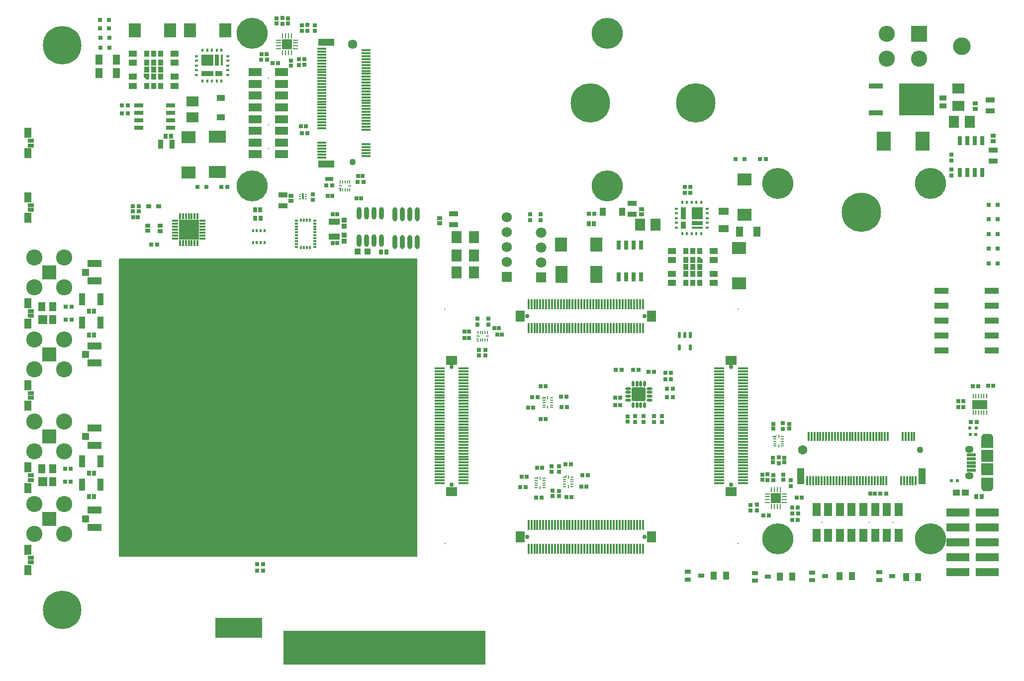
<source format=gts>
G04*
G04 #@! TF.GenerationSoftware,Altium Limited,Altium Designer,24.4.1 (13)*
G04*
G04 Layer_Color=8388736*
%FSLAX44Y44*%
%MOMM*%
G71*
G04*
G04 #@! TF.SameCoordinates,B3C23F8C-D22B-4E34-ACD8-924B2ED7411F*
G04*
G04*
G04 #@! TF.FilePolarity,Negative*
G04*
G01*
G75*
%ADD36R,0.9000X0.8000*%
%ADD54R,0.5321X1.0383*%
G04:AMPARAMS|DCode=55|XSize=1.0383mm|YSize=0.5321mm|CornerRadius=0.2661mm|HoleSize=0mm|Usage=FLASHONLY|Rotation=270.000|XOffset=0mm|YOffset=0mm|HoleType=Round|Shape=RoundedRectangle|*
%AMROUNDEDRECTD55*
21,1,1.0383,0.0000,0,0,270.0*
21,1,0.5061,0.5321,0,0,270.0*
1,1,0.5321,0.0000,-0.2531*
1,1,0.5321,0.0000,0.2531*
1,1,0.5321,0.0000,0.2531*
1,1,0.5321,0.0000,-0.2531*
%
%ADD55ROUNDEDRECTD55*%
%ADD60R,0.3500X0.5000*%
%ADD72R,1.1000X1.3500*%
%ADD73R,1.9900X2.3300*%
%ADD74R,0.7393X0.6725*%
%ADD76R,0.9000X1.0000*%
%ADD77C,0.7413*%
%ADD78R,1.4000X1.0000*%
G04:AMPARAMS|DCode=79|XSize=1.55mm|YSize=0.6mm|CornerRadius=0.051mm|HoleSize=0mm|Usage=FLASHONLY|Rotation=90.000|XOffset=0mm|YOffset=0mm|HoleType=Round|Shape=RoundedRectangle|*
%AMROUNDEDRECTD79*
21,1,1.5500,0.4980,0,0,90.0*
21,1,1.4480,0.6000,0,0,90.0*
1,1,0.1020,0.2490,0.7240*
1,1,0.1020,0.2490,-0.7240*
1,1,0.1020,-0.2490,-0.7240*
1,1,0.1020,-0.2490,0.7240*
%
%ADD79ROUNDEDRECTD79*%
%ADD80R,2.4000X3.3000*%
%ADD81R,0.5000X0.5000*%
%ADD82R,1.3061X1.0582*%
%ADD83R,0.4750X0.5000*%
%ADD84R,2.4400X1.1300*%
%ADD85R,0.2225X0.8397*%
G04:AMPARAMS|DCode=86|XSize=0.8397mm|YSize=0.2225mm|CornerRadius=0.1112mm|HoleSize=0mm|Usage=FLASHONLY|Rotation=90.000|XOffset=0mm|YOffset=0mm|HoleType=Round|Shape=RoundedRectangle|*
%AMROUNDEDRECTD86*
21,1,0.8397,0.0000,0,0,90.0*
21,1,0.6172,0.2225,0,0,90.0*
1,1,0.2225,0.0000,0.3086*
1,1,0.2225,0.0000,-0.3086*
1,1,0.2225,0.0000,-0.3086*
1,1,0.2225,0.0000,0.3086*
%
%ADD86ROUNDEDRECTD86*%
%ADD92R,1.9000X1.1000*%
%ADD93R,0.8890X1.2954*%
%ADD94R,0.8890X2.1082*%
%ADD95R,1.8796X2.1082*%
%ADD96R,1.8796X0.6604*%
%ADD97R,1.8796X0.3556*%
%ADD98R,0.3302X0.5080*%
%ADD99R,0.5080X0.3302*%
%ADD102R,5.9182X5.5118*%
%ADD103R,2.4892X0.9398*%
%ADD104R,3.0000X2.0000*%
%ADD105R,2.3300X1.9900*%
%ADD106R,0.3000X1.5500*%
%ADD107R,1.2000X2.7500*%
%ADD108R,0.8128X0.2540*%
%ADD109R,0.2540X0.8128*%
%ADD110R,1.8034X1.8034*%
%ADD111R,0.8000X0.8000*%
G04:AMPARAMS|DCode=115|XSize=1.55mm|YSize=0.6mm|CornerRadius=0.051mm|HoleSize=0mm|Usage=FLASHONLY|Rotation=0.000|XOffset=0mm|YOffset=0mm|HoleType=Round|Shape=RoundedRectangle|*
%AMROUNDEDRECTD115*
21,1,1.5500,0.4980,0,0,0.0*
21,1,1.4480,0.6000,0,0,0.0*
1,1,0.1020,0.7240,-0.2490*
1,1,0.1020,-0.7240,-0.2490*
1,1,0.1020,-0.7240,0.2490*
1,1,0.1020,0.7240,0.2490*
%
%ADD115ROUNDEDRECTD115*%
%ADD116R,0.3700X0.2400*%
%ADD117R,0.4000X1.0800*%
%ADD122R,1.5500X0.3000*%
%ADD123R,2.7500X1.2000*%
%ADD124R,1.2954X0.8890*%
%ADD125R,2.1082X0.8890*%
%ADD126R,2.1082X1.8796*%
%ADD127R,0.6604X1.8796*%
%ADD128R,0.3556X1.8796*%
%ADD129R,2.0000X3.0000*%
%ADD131R,1.3500X1.1000*%
%ADD132R,0.6725X0.7393*%
%ADD135R,0.5250X0.4000*%
%ADD136R,0.5250X0.4000*%
%ADD137R,0.3000X0.5250*%
%ADD138R,0.3000X0.5250*%
%ADD139R,8.0000X3.4500*%
%ADD140R,34.4000X5.8500*%
%ADD141R,1.1032X1.0032*%
%ADD142R,0.7032X0.8032*%
%ADD143R,0.8032X0.7032*%
%ADD144R,1.1032X1.4032*%
%ADD145R,1.2532X1.8032*%
%ADD146R,1.8032X1.2532*%
%ADD147R,0.8432X0.8032*%
%ADD148R,0.8032X0.8432*%
%ADD149R,1.5032X0.9032*%
%ADD150R,0.9032X1.5032*%
%ADD151R,1.7531X0.4531*%
%ADD152R,1.9032X1.5532*%
%ADD153R,1.5532X1.9032*%
%ADD154R,0.4531X1.7531*%
%ADD155R,1.1032X0.7032*%
%ADD156R,1.2032X0.9232*%
%ADD157R,0.9144X4.3942*%
%ADD158R,0.9144X3.4036*%
%ADD159O,0.8032X2.4032*%
%ADD160O,0.8032X2.1032*%
%ADD161R,2.0032X0.4532*%
%ADD162R,1.2032X1.6032*%
%ADD163R,1.6032X1.6032*%
%ADD164R,1.3232X2.3082*%
%ADD165R,1.2532X1.2032*%
%ADD166R,2.4032X1.2532*%
%ADD167R,1.1032X0.4632*%
%ADD168R,0.4632X1.1032*%
%ADD169R,3.4532X3.4532*%
%ADD170R,1.0532X0.5032*%
%ADD171R,1.6532X2.1032*%
%ADD172R,1.7032X2.0532*%
%ADD173R,2.5500X1.6500*%
%ADD174R,0.6532X0.6532*%
%ADD175R,0.9232X0.9232*%
%ADD176R,3.8832X1.4732*%
G04:AMPARAMS|DCode=177|XSize=0.5032mm|YSize=0.9532mm|CornerRadius=0.1511mm|HoleSize=0mm|Usage=FLASHONLY|Rotation=180.000|XOffset=0mm|YOffset=0mm|HoleType=Round|Shape=RoundedRectangle|*
%AMROUNDEDRECTD177*
21,1,0.5032,0.6510,0,0,180.0*
21,1,0.2010,0.9532,0,0,180.0*
1,1,0.3022,-0.1005,0.3255*
1,1,0.3022,0.1005,0.3255*
1,1,0.3022,0.1005,-0.3255*
1,1,0.3022,-0.1005,-0.3255*
%
%ADD177ROUNDEDRECTD177*%
G04:AMPARAMS|DCode=178|XSize=0.5032mm|YSize=0.9532mm|CornerRadius=0.1511mm|HoleSize=0mm|Usage=FLASHONLY|Rotation=90.000|XOffset=0mm|YOffset=0mm|HoleType=Round|Shape=RoundedRectangle|*
%AMROUNDEDRECTD178*
21,1,0.5032,0.6510,0,0,90.0*
21,1,0.2010,0.9532,0,0,90.0*
1,1,0.3022,0.3255,0.1005*
1,1,0.3022,0.3255,-0.1005*
1,1,0.3022,-0.3255,-0.1005*
1,1,0.3022,-0.3255,0.1005*
%
%ADD178ROUNDEDRECTD178*%
G04:AMPARAMS|DCode=179|XSize=2.3032mm|YSize=2.3032mm|CornerRadius=0.1541mm|HoleSize=0mm|Usage=FLASHONLY|Rotation=90.000|XOffset=0mm|YOffset=0mm|HoleType=Round|Shape=RoundedRectangle|*
%AMROUNDEDRECTD179*
21,1,2.3032,1.9950,0,0,90.0*
21,1,1.9950,2.3032,0,0,90.0*
1,1,0.3082,0.9975,0.9975*
1,1,0.3082,0.9975,-0.9975*
1,1,0.3082,-0.9975,-0.9975*
1,1,0.3082,-0.9975,0.9975*
%
%ADD179ROUNDEDRECTD179*%
%ADD180R,2.1032X2.0032*%
%ADD181R,1.5532X0.6032*%
%ADD182C,0.1800*%
%ADD183R,0.6000X0.2000*%
%ADD184R,0.2000X0.6000*%
%ADD185R,1.0032X0.7032*%
%ADD186R,1.2032X1.7032*%
%ADD187R,0.7532X0.7532*%
%ADD188R,2.3082X1.3232*%
%ADD189R,0.6000X0.2000*%
%ADD190R,0.2000X0.6000*%
%ADD191R,0.6532X0.7032*%
%ADD192R,0.7532X0.7532*%
%ADD193R,0.7032X0.6532*%
%ADD194R,2.0532X1.7032*%
%ADD195R,2.1032X1.6532*%
%ADD196R,2.1032X1.7782*%
%ADD197R,2.4532X2.4532*%
%ADD198C,2.7532*%
%ADD199C,0.7534*%
%ADD200C,6.2992*%
%ADD201C,2.7432*%
%ADD202C,0.2032*%
%ADD203C,2.7500*%
%ADD204R,2.7500X2.7500*%
%ADD205C,2.9972*%
%ADD206C,1.7532*%
%ADD207R,1.7532X1.7532*%
%ADD208C,1.8032*%
%ADD209R,1.8032X1.8032*%
%ADD210O,2.1032X1.4032*%
%ADD211O,1.4532X1.2532*%
%ADD212C,1.1000*%
%ADD213C,1.6000*%
%ADD214C,6.7032*%
%ADD215C,6.5532*%
%ADD216R,0.2032X0.2032*%
%ADD217C,5.2832*%
G36*
X223500Y998000D02*
X219000D01*
X214500Y1002500D01*
Y1008000D01*
X223500D01*
Y998000D01*
D02*
G37*
G36*
X550000Y807500D02*
X548000D01*
Y812000D01*
X546000D01*
Y813500D01*
X550000D01*
Y807500D01*
D02*
G37*
G36*
X1165500Y691500D02*
Y686000D01*
X1156500D01*
Y696000D01*
X1161000D01*
X1165500Y691500D01*
D02*
G37*
G36*
X784000Y551500D02*
X782000D01*
Y556000D01*
X780000D01*
Y557500D01*
X784000D01*
Y551500D01*
D02*
G37*
G36*
X898500Y455000D02*
X892500D01*
Y457000D01*
X897000D01*
Y459000D01*
X898500D01*
Y455000D01*
D02*
G37*
G36*
X1291500Y389000D02*
X1285500D01*
Y391000D01*
X1290000D01*
Y393000D01*
X1291500D01*
Y389000D01*
D02*
G37*
G36*
X933500Y320000D02*
X927500D01*
Y322000D01*
X932000D01*
Y324000D01*
X933500D01*
Y320000D01*
D02*
G37*
G36*
X885500Y318000D02*
X879500D01*
Y320000D01*
X884000D01*
Y322000D01*
X885500D01*
Y318000D01*
D02*
G37*
G36*
X679500Y185500D02*
X172000D01*
Y693000D01*
X679500D01*
Y185500D01*
D02*
G37*
D36*
X239853Y782525D02*
D03*
X222853D02*
D03*
D54*
X1145000Y563324D02*
D03*
D55*
X1126000D02*
D03*
X1145000Y542000D02*
D03*
X1126000D02*
D03*
X1135500Y563324D02*
D03*
D60*
X413071Y720741D02*
D03*
X419571D02*
D03*
Y741241D02*
D03*
X413071D02*
D03*
X406571D02*
D03*
X400071D02*
D03*
X406571Y720741D02*
D03*
X400071D02*
D03*
D72*
X1028500Y773000D02*
D03*
X995500D02*
D03*
D73*
X924800Y717000D02*
D03*
X985000D02*
D03*
X353100Y1082000D02*
D03*
X292900D02*
D03*
X259100Y1082000D02*
D03*
X198900D02*
D03*
D74*
X981027Y769500D02*
D03*
X971695D02*
D03*
D76*
X1137000Y691000D02*
D03*
X1149000D02*
D03*
X1137000Y667000D02*
D03*
X1149000D02*
D03*
X1161000D02*
D03*
X1137000Y679000D02*
D03*
X1149000D02*
D03*
X1161000D02*
D03*
Y651500D02*
D03*
X1149000D02*
D03*
X1137000D02*
D03*
Y706500D02*
D03*
X1149000D02*
D03*
X1161000D02*
D03*
X243000Y1003000D02*
D03*
Y1027000D02*
D03*
X231000D02*
D03*
X219000D02*
D03*
X243000Y1015000D02*
D03*
X219000D02*
D03*
Y1042500D02*
D03*
X231000D02*
D03*
X243000D02*
D03*
Y987500D02*
D03*
X231000D02*
D03*
X219000D02*
D03*
X231000Y1015000D02*
D03*
Y1003000D02*
D03*
D77*
X1160620Y690556D02*
D03*
X219380Y1003444D02*
D03*
D78*
X1113500Y651500D02*
D03*
Y667000D02*
D03*
Y691000D02*
D03*
Y706500D02*
D03*
X1184500Y667000D02*
D03*
Y651500D02*
D03*
Y691000D02*
D03*
Y706500D02*
D03*
X266500Y1042500D02*
D03*
Y1027000D02*
D03*
Y1003000D02*
D03*
Y987500D02*
D03*
X195500Y1027000D02*
D03*
Y1042500D02*
D03*
Y1003000D02*
D03*
Y987500D02*
D03*
D79*
X1022630Y662000D02*
D03*
X1035330D02*
D03*
X1060730Y716000D02*
D03*
X1048030D02*
D03*
X1035330D02*
D03*
X1022630D02*
D03*
X1048030Y662000D02*
D03*
X1060730D02*
D03*
X1642050Y840000D02*
D03*
X1629350D02*
D03*
X1603950Y894000D02*
D03*
X1616650D02*
D03*
X1629350D02*
D03*
X1642050D02*
D03*
X1616650Y840000D02*
D03*
X1603950D02*
D03*
D80*
X1474000Y893000D02*
D03*
X1540000D02*
D03*
D81*
X1631000Y394000D02*
D03*
X1621000D02*
D03*
X1589000Y315000D02*
D03*
X1599000D02*
D03*
D82*
X1597239Y295000D02*
D03*
X1612761D02*
D03*
D83*
X1620875Y405000D02*
D03*
X1631125D02*
D03*
D84*
X1658000Y536700D02*
D03*
Y562100D02*
D03*
Y587500D02*
D03*
Y612900D02*
D03*
Y638300D02*
D03*
X1572000D02*
D03*
Y612900D02*
D03*
Y587500D02*
D03*
Y562100D02*
D03*
Y536700D02*
D03*
D85*
X1626500Y430690D02*
D03*
D86*
X1631000D02*
D03*
X1635500D02*
D03*
X1640000D02*
D03*
X1644500D02*
D03*
X1649000D02*
D03*
Y459000D02*
D03*
X1644500D02*
D03*
X1640000D02*
D03*
X1635500D02*
D03*
X1631000D02*
D03*
X1626500D02*
D03*
D92*
X538591Y756000D02*
D03*
Y731000D02*
D03*
D93*
X1133000Y750250D02*
D03*
D94*
Y770250D02*
D03*
D95*
X1156100D02*
D03*
D96*
Y753650D02*
D03*
D97*
Y745550D02*
D03*
D98*
X1163000Y735834D02*
D03*
X1155000D02*
D03*
X1147000D02*
D03*
X1139000D02*
D03*
X1131000D02*
D03*
Y788666D02*
D03*
X1139000D02*
D03*
X1147000D02*
D03*
X1155000D02*
D03*
X1163000D02*
D03*
X346416Y995584D02*
D03*
X338416D02*
D03*
X330416D02*
D03*
X322416D02*
D03*
X314416D02*
D03*
Y1048416D02*
D03*
X322416D02*
D03*
X330416D02*
D03*
X338416D02*
D03*
X346416D02*
D03*
D99*
X1120584Y746250D02*
D03*
Y754250D02*
D03*
Y762250D02*
D03*
Y770250D02*
D03*
Y778250D02*
D03*
X1173416D02*
D03*
Y770250D02*
D03*
Y762250D02*
D03*
Y754250D02*
D03*
Y746250D02*
D03*
X356832Y1038000D02*
D03*
Y1030000D02*
D03*
Y1022000D02*
D03*
Y1014000D02*
D03*
Y1006000D02*
D03*
X304000D02*
D03*
Y1014000D02*
D03*
Y1022000D02*
D03*
Y1030000D02*
D03*
Y1038000D02*
D03*
D102*
X1529653Y964000D02*
D03*
D103*
X1460438Y941140D02*
D03*
Y986860D02*
D03*
D104*
X339124Y840590D02*
D03*
Y900590D02*
D03*
D105*
X1228000Y650900D02*
D03*
Y711100D02*
D03*
X1237000Y767900D02*
D03*
Y828100D02*
D03*
X290000Y900100D02*
D03*
Y839900D02*
D03*
D106*
X1528500Y315000D02*
D03*
X1523500D02*
D03*
X1518500D02*
D03*
X1513500D02*
D03*
X1508500D02*
D03*
X1503500D02*
D03*
X1526000Y390500D02*
D03*
X1521000D02*
D03*
X1516000D02*
D03*
X1511000D02*
D03*
X1506000D02*
D03*
X1478500Y315000D02*
D03*
X1476000Y390500D02*
D03*
X1473500Y315000D02*
D03*
X1471000Y390500D02*
D03*
X1468500Y315000D02*
D03*
X1466000Y390500D02*
D03*
X1463500Y315000D02*
D03*
X1461000Y390500D02*
D03*
X1458500Y315000D02*
D03*
X1456000Y390500D02*
D03*
X1453500Y315000D02*
D03*
X1451000Y390500D02*
D03*
X1448500Y315000D02*
D03*
X1446000Y390500D02*
D03*
X1443500Y315000D02*
D03*
X1441000Y390500D02*
D03*
X1438500Y315000D02*
D03*
X1436000Y390500D02*
D03*
X1433500Y315000D02*
D03*
X1431000Y390500D02*
D03*
X1428500Y315000D02*
D03*
X1426000Y390500D02*
D03*
X1423500Y315000D02*
D03*
X1421000Y390500D02*
D03*
X1418500Y315000D02*
D03*
X1416000Y390500D02*
D03*
X1413500Y315000D02*
D03*
X1411000Y390500D02*
D03*
X1408500Y315000D02*
D03*
X1406000Y390500D02*
D03*
X1403500Y315000D02*
D03*
X1401000Y390500D02*
D03*
X1398500Y315000D02*
D03*
X1396000Y390500D02*
D03*
X1393500Y315000D02*
D03*
X1391000Y390500D02*
D03*
X1388500Y315000D02*
D03*
X1386000Y390500D02*
D03*
X1383500Y315000D02*
D03*
X1381000Y390500D02*
D03*
X1378500Y315000D02*
D03*
X1376000Y390500D02*
D03*
X1373500Y315000D02*
D03*
X1371000Y390500D02*
D03*
X1368500Y315000D02*
D03*
X1366000Y390500D02*
D03*
X1363500Y315000D02*
D03*
X1361000Y390500D02*
D03*
X1358500Y315000D02*
D03*
X1356000Y390500D02*
D03*
X1353500Y315000D02*
D03*
X1351000Y390500D02*
D03*
X1348500Y315000D02*
D03*
X1346000Y390500D02*
D03*
X1343500Y315000D02*
D03*
X1481000Y390500D02*
D03*
D107*
X1539500Y322750D02*
D03*
X1332500D02*
D03*
D108*
X443522Y1065500D02*
D03*
Y1060500D02*
D03*
Y1055500D02*
D03*
Y1050500D02*
D03*
X472478D02*
D03*
Y1055500D02*
D03*
Y1060500D02*
D03*
Y1065500D02*
D03*
X1304478Y292500D02*
D03*
Y287500D02*
D03*
Y282500D02*
D03*
Y277500D02*
D03*
X1275522D02*
D03*
Y282500D02*
D03*
Y287500D02*
D03*
Y292500D02*
D03*
D109*
X450500Y1043522D02*
D03*
X455500D02*
D03*
X460500D02*
D03*
X465500D02*
D03*
Y1072478D02*
D03*
X460500D02*
D03*
X455500D02*
D03*
X450500D02*
D03*
X1282500Y299478D02*
D03*
X1287500D02*
D03*
X1292500D02*
D03*
X1297500D02*
D03*
Y270522D02*
D03*
X1292500D02*
D03*
X1287500D02*
D03*
X1282500D02*
D03*
D110*
X458000Y1058000D02*
D03*
X1290000Y285000D02*
D03*
D111*
X1652500Y785000D02*
D03*
X1667500D02*
D03*
Y735000D02*
D03*
X1652500D02*
D03*
X1667500Y710000D02*
D03*
X1652500D02*
D03*
X1667500Y685000D02*
D03*
X1652500D02*
D03*
X140000Y1100000D02*
D03*
X155000D02*
D03*
X1652500Y760000D02*
D03*
X1667500D02*
D03*
X1237000Y863000D02*
D03*
X1222000D02*
D03*
X305500Y815000D02*
D03*
X320500D02*
D03*
X155500Y1052000D02*
D03*
X140500D02*
D03*
X155500Y1069500D02*
D03*
X140500D02*
D03*
X155000Y1085000D02*
D03*
X140000D02*
D03*
D115*
X205500Y954050D02*
D03*
Y941350D02*
D03*
X259500Y915950D02*
D03*
Y928650D02*
D03*
Y941350D02*
D03*
X205500Y928650D02*
D03*
Y915950D02*
D03*
X259500Y954050D02*
D03*
D116*
X479850Y803026D02*
D03*
Y799026D02*
D03*
Y795026D02*
D03*
X490150D02*
D03*
Y799026D02*
D03*
Y803026D02*
D03*
D117*
X485000Y799026D02*
D03*
D122*
X592750Y913000D02*
D03*
X517250Y1050500D02*
D03*
X592750Y1048000D02*
D03*
X517250Y1045500D02*
D03*
X592750Y1043000D02*
D03*
X517250Y1040500D02*
D03*
X592750Y1038000D02*
D03*
X517250Y1035500D02*
D03*
X592750Y1033000D02*
D03*
X517250Y1030500D02*
D03*
X592750Y1028000D02*
D03*
X517250Y1025500D02*
D03*
X592750Y1023000D02*
D03*
X517250Y1020500D02*
D03*
X592750Y1018000D02*
D03*
X517250Y1015500D02*
D03*
X592750Y1013000D02*
D03*
X517250Y1010500D02*
D03*
X592750Y1008000D02*
D03*
X517250Y1005500D02*
D03*
X592750Y1003000D02*
D03*
X517250Y1000500D02*
D03*
X592750Y998000D02*
D03*
X517250Y995500D02*
D03*
X592750Y993000D02*
D03*
X517250Y990500D02*
D03*
X592750Y988000D02*
D03*
X517250Y985500D02*
D03*
X592750Y983000D02*
D03*
X517250Y980500D02*
D03*
X592750Y978000D02*
D03*
X517250Y975500D02*
D03*
X592750Y973000D02*
D03*
X517250Y970500D02*
D03*
X592750Y968000D02*
D03*
X517250Y965500D02*
D03*
X592750Y963000D02*
D03*
X517250Y960500D02*
D03*
X592750Y958000D02*
D03*
X517250Y955500D02*
D03*
X592750Y953000D02*
D03*
X517250Y950500D02*
D03*
X592750Y948000D02*
D03*
X517250Y945500D02*
D03*
X592750Y943000D02*
D03*
X517250Y940500D02*
D03*
X592750Y938000D02*
D03*
X517250Y935500D02*
D03*
X592750Y933000D02*
D03*
X517250Y930500D02*
D03*
X592750Y928000D02*
D03*
X517250Y925500D02*
D03*
X592750Y923000D02*
D03*
X517250Y920500D02*
D03*
X592750Y918000D02*
D03*
X517250Y915500D02*
D03*
X592750Y888000D02*
D03*
Y883000D02*
D03*
Y878000D02*
D03*
Y873000D02*
D03*
Y868000D02*
D03*
X517250Y890500D02*
D03*
Y885500D02*
D03*
Y880500D02*
D03*
Y875500D02*
D03*
Y870500D02*
D03*
Y865500D02*
D03*
D123*
X525000Y1061500D02*
D03*
Y854500D02*
D03*
D124*
X342416Y1008000D02*
D03*
D125*
X322416D02*
D03*
D126*
Y1031100D02*
D03*
D127*
X339016D02*
D03*
D128*
X347116D02*
D03*
D129*
X925000Y666000D02*
D03*
X985000D02*
D03*
D131*
X345000Y966500D02*
D03*
Y933500D02*
D03*
D132*
X502000Y802666D02*
D03*
Y793334D02*
D03*
D135*
X473966Y758000D02*
D03*
X473966Y748000D02*
D03*
X473966Y738000D02*
D03*
Y733000D02*
D03*
X473966Y723000D02*
D03*
X473966Y713000D02*
D03*
X505216Y758000D02*
D03*
X505216Y748000D02*
D03*
X505216Y738000D02*
D03*
Y733000D02*
D03*
X505216Y723000D02*
D03*
X505216Y713000D02*
D03*
D136*
X473966Y753000D02*
D03*
Y743000D02*
D03*
Y728000D02*
D03*
Y718000D02*
D03*
X505216Y753000D02*
D03*
Y743000D02*
D03*
Y728000D02*
D03*
Y718000D02*
D03*
D137*
X497091Y758625D02*
D03*
X482091D02*
D03*
Y712375D02*
D03*
X497091D02*
D03*
D138*
X492091Y758625D02*
D03*
X487091D02*
D03*
X487091Y712375D02*
D03*
X492091D02*
D03*
D139*
X376000Y64626D02*
D03*
D140*
X624000Y30626D02*
D03*
D141*
X578500Y705000D02*
D03*
X595500D02*
D03*
D142*
X578000Y824000D02*
D03*
X588000D02*
D03*
X535000Y818000D02*
D03*
X525000D02*
D03*
X424000Y1032000D02*
D03*
X414000D02*
D03*
X1318000Y259000D02*
D03*
X1328000D02*
D03*
X1047000Y504000D02*
D03*
X1057000D02*
D03*
X1028000D02*
D03*
X1018000D02*
D03*
X1105000Y472000D02*
D03*
X1115000D02*
D03*
X1105000Y457000D02*
D03*
X1115000D02*
D03*
X1102000Y499000D02*
D03*
X1112000D02*
D03*
X1102000Y488000D02*
D03*
X1112000D02*
D03*
X195353Y782525D02*
D03*
X205353D02*
D03*
X195353Y773525D02*
D03*
X205353D02*
D03*
X1273000Y863000D02*
D03*
X1263000D02*
D03*
X356000Y815000D02*
D03*
X346000D02*
D03*
X1632000Y415000D02*
D03*
X1622000D02*
D03*
X493000Y907000D02*
D03*
X483000D02*
D03*
X90000Y313000D02*
D03*
X80000D02*
D03*
X91000Y589000D02*
D03*
X81000D02*
D03*
X90000Y335000D02*
D03*
X80000D02*
D03*
X91000Y611000D02*
D03*
X81000D02*
D03*
X1478000Y293000D02*
D03*
X1468000D02*
D03*
X187000Y954000D02*
D03*
X177000D02*
D03*
X187000Y941000D02*
D03*
X177000D02*
D03*
X407000Y162000D02*
D03*
X417000D02*
D03*
X407000Y173000D02*
D03*
X417000D02*
D03*
X227000Y717000D02*
D03*
X237000D02*
D03*
D143*
X1295000Y355000D02*
D03*
Y345000D02*
D03*
X1302000Y403000D02*
D03*
Y413000D02*
D03*
X478000Y1033000D02*
D03*
Y1023000D02*
D03*
X493000Y1081000D02*
D03*
Y1091000D02*
D03*
X1258000Y274000D02*
D03*
Y264000D02*
D03*
X450000Y1093000D02*
D03*
Y1103000D02*
D03*
X1316000Y306000D02*
D03*
Y316000D02*
D03*
X1276000Y316000D02*
D03*
Y326000D02*
D03*
X796000Y528000D02*
D03*
Y538000D02*
D03*
X801000Y591000D02*
D03*
Y581000D02*
D03*
X785000Y528000D02*
D03*
Y538000D02*
D03*
X782000Y591000D02*
D03*
Y581000D02*
D03*
X1065000Y425000D02*
D03*
Y415000D02*
D03*
X1051000Y425000D02*
D03*
Y415000D02*
D03*
X1096000Y425000D02*
D03*
Y415000D02*
D03*
X1083000Y425000D02*
D03*
Y415000D02*
D03*
X1135000Y805000D02*
D03*
Y815000D02*
D03*
X890000Y769000D02*
D03*
Y759000D02*
D03*
X872000Y769000D02*
D03*
Y759000D02*
D03*
X1145000Y815000D02*
D03*
Y805000D02*
D03*
X1589000Y845000D02*
D03*
Y835000D02*
D03*
Y860000D02*
D03*
Y870000D02*
D03*
D144*
X1398700Y152007D02*
D03*
X1419700D02*
D03*
X1511700Y151007D02*
D03*
X1532700D02*
D03*
X1297360Y151186D02*
D03*
X1318360D02*
D03*
X1184360Y153186D02*
D03*
X1205360D02*
D03*
D145*
X1228492Y739000D02*
D03*
X1257992D02*
D03*
X167750Y1032000D02*
D03*
X138250D02*
D03*
X167750Y1009000D02*
D03*
X138250D02*
D03*
D146*
X1201000Y744250D02*
D03*
Y773750D02*
D03*
D147*
X221000Y749400D02*
D03*
Y740600D02*
D03*
X465000Y800400D02*
D03*
Y791600D02*
D03*
X1062000Y777400D02*
D03*
Y768600D02*
D03*
X717827Y753335D02*
D03*
Y762135D02*
D03*
X242000Y749000D02*
D03*
Y740200D02*
D03*
X1630000Y948600D02*
D03*
Y957400D02*
D03*
X1660000Y893600D02*
D03*
Y902400D02*
D03*
D148*
X980761Y752500D02*
D03*
X971961D02*
D03*
X1640400Y288000D02*
D03*
X1631600D02*
D03*
X129400Y563000D02*
D03*
X120600D02*
D03*
X129400Y288000D02*
D03*
X120600D02*
D03*
X129400Y328000D02*
D03*
X120600D02*
D03*
X129400Y604000D02*
D03*
X120600D02*
D03*
X412686Y776425D02*
D03*
X403886D02*
D03*
X412848Y761987D02*
D03*
X404048D02*
D03*
X627150Y704250D02*
D03*
X618350D02*
D03*
X260400Y902000D02*
D03*
X251600D02*
D03*
D149*
X1046000Y787500D02*
D03*
Y768500D02*
D03*
X1660000Y859370D02*
D03*
Y878370D02*
D03*
X451500Y783000D02*
D03*
Y802000D02*
D03*
X741638Y770000D02*
D03*
Y751000D02*
D03*
X1655000Y944500D02*
D03*
Y963500D02*
D03*
D150*
X243000Y888500D02*
D03*
X262000D02*
D03*
D151*
X1234624Y315932D02*
D03*
X1194126Y450930D02*
D03*
Y315932D02*
D03*
Y310930D02*
D03*
X1234624D02*
D03*
Y335932D02*
D03*
Y360930D02*
D03*
Y385932D02*
D03*
Y410930D02*
D03*
Y435931D02*
D03*
Y460930D02*
D03*
Y485931D02*
D03*
X1194126Y335932D02*
D03*
Y360930D02*
D03*
Y385932D02*
D03*
Y410930D02*
D03*
Y435931D02*
D03*
Y460930D02*
D03*
Y485931D02*
D03*
Y320930D02*
D03*
X1234624D02*
D03*
X1194126Y455931D02*
D03*
X1234624Y420930D02*
D03*
Y405932D02*
D03*
X1194126Y465931D02*
D03*
X1234624Y505931D02*
D03*
X1194126Y480930D02*
D03*
Y505931D02*
D03*
Y490930D02*
D03*
X1234624Y390930D02*
D03*
Y425932D02*
D03*
Y500930D02*
D03*
X1194126Y495931D02*
D03*
X1234624Y395932D02*
D03*
Y480930D02*
D03*
Y465931D02*
D03*
Y490930D02*
D03*
Y415932D02*
D03*
Y400930D02*
D03*
Y430930D02*
D03*
Y445931D02*
D03*
Y450930D02*
D03*
Y475931D02*
D03*
Y440930D02*
D03*
X1194126Y500930D02*
D03*
X1234624Y495931D02*
D03*
X1194126Y475931D02*
D03*
X1234624Y375932D02*
D03*
Y380930D02*
D03*
Y470930D02*
D03*
Y455931D02*
D03*
X1194126Y440930D02*
D03*
Y445931D02*
D03*
X1234624Y345932D02*
D03*
X1194126Y405932D02*
D03*
Y395932D02*
D03*
X1234624Y330930D02*
D03*
X1194126Y420930D02*
D03*
Y380930D02*
D03*
Y370930D02*
D03*
Y350930D02*
D03*
X1234624Y340930D02*
D03*
Y365932D02*
D03*
X1194126Y415932D02*
D03*
Y470930D02*
D03*
Y340930D02*
D03*
Y330930D02*
D03*
X1234624Y325932D02*
D03*
Y355932D02*
D03*
Y370930D02*
D03*
Y350930D02*
D03*
X1194126Y390930D02*
D03*
Y400930D02*
D03*
Y345932D02*
D03*
Y375932D02*
D03*
Y355932D02*
D03*
Y325932D02*
D03*
Y365932D02*
D03*
Y430930D02*
D03*
Y425932D02*
D03*
X717899Y500955D02*
D03*
X758397Y365956D02*
D03*
Y500955D02*
D03*
Y505956D02*
D03*
X717899D02*
D03*
Y480955D02*
D03*
Y455956D02*
D03*
Y430955D02*
D03*
Y405956D02*
D03*
Y380955D02*
D03*
Y355956D02*
D03*
Y330955D02*
D03*
X758397Y480955D02*
D03*
Y455956D02*
D03*
Y430955D02*
D03*
Y405956D02*
D03*
Y380955D02*
D03*
Y355956D02*
D03*
Y330955D02*
D03*
Y495956D02*
D03*
X717899D02*
D03*
X758397Y360955D02*
D03*
X717899Y395956D02*
D03*
Y410955D02*
D03*
X758397Y350955D02*
D03*
X717899Y310955D02*
D03*
X758397Y335956D02*
D03*
Y310955D02*
D03*
Y325956D02*
D03*
X717899Y425956D02*
D03*
Y390955D02*
D03*
Y315956D02*
D03*
X758397Y320955D02*
D03*
X717899Y420955D02*
D03*
Y335956D02*
D03*
Y350955D02*
D03*
Y325956D02*
D03*
Y400955D02*
D03*
Y415956D02*
D03*
Y385956D02*
D03*
Y370955D02*
D03*
Y365956D02*
D03*
Y340955D02*
D03*
Y375956D02*
D03*
X758397Y315956D02*
D03*
X717899Y320955D02*
D03*
X758397Y340955D02*
D03*
X717899Y440955D02*
D03*
Y435956D02*
D03*
Y345956D02*
D03*
Y360955D02*
D03*
X758397Y375956D02*
D03*
Y370955D02*
D03*
X717899Y470955D02*
D03*
X758397Y410955D02*
D03*
Y420955D02*
D03*
X717899Y485956D02*
D03*
X758397Y395956D02*
D03*
Y435956D02*
D03*
Y445956D02*
D03*
Y465956D02*
D03*
X717899Y475956D02*
D03*
Y450955D02*
D03*
X758397Y400955D02*
D03*
Y345956D02*
D03*
Y475956D02*
D03*
Y485956D02*
D03*
X717899Y490955D02*
D03*
Y460955D02*
D03*
Y445956D02*
D03*
Y465956D02*
D03*
X758397Y425956D02*
D03*
Y415956D02*
D03*
Y470955D02*
D03*
Y440955D02*
D03*
Y460955D02*
D03*
Y490955D02*
D03*
Y450955D02*
D03*
Y385956D02*
D03*
Y390955D02*
D03*
D152*
X1214261Y296693D02*
D03*
Y520193D02*
D03*
X738261D02*
D03*
Y296693D02*
D03*
D153*
X855011Y595193D02*
D03*
X1078511D02*
D03*
Y219193D02*
D03*
X855011D02*
D03*
D154*
X949273Y575058D02*
D03*
X944274D02*
D03*
X1009273D02*
D03*
X1049273D02*
D03*
X1019273D02*
D03*
X999273D02*
D03*
X1029273D02*
D03*
X974274D02*
D03*
X984274D02*
D03*
X1024274Y615556D02*
D03*
X1004274D02*
D03*
X1019273D02*
D03*
X1049273D02*
D03*
X1044274Y575058D02*
D03*
X1034274D02*
D03*
X904275D02*
D03*
X959273D02*
D03*
X1009273Y615556D02*
D03*
X1034274D02*
D03*
X1024274Y575058D02*
D03*
X1004274D02*
D03*
X994274D02*
D03*
X954274D02*
D03*
X1044274Y615556D02*
D03*
X979273Y575058D02*
D03*
X969273D02*
D03*
X1029273Y615556D02*
D03*
X929273Y575058D02*
D03*
X934274D02*
D03*
X919273Y615556D02*
D03*
X904275D02*
D03*
X994274D02*
D03*
X999273D02*
D03*
X899273Y575058D02*
D03*
X879273Y615556D02*
D03*
X874275Y575058D02*
D03*
X934274Y615556D02*
D03*
X899273D02*
D03*
X924274D02*
D03*
X929273D02*
D03*
X944274D02*
D03*
X974274D02*
D03*
X959273D02*
D03*
X884275D02*
D03*
X909273D02*
D03*
X894275D02*
D03*
X979273D02*
D03*
X879273Y575058D02*
D03*
X874275Y615556D02*
D03*
X949273D02*
D03*
X984274D02*
D03*
X884275Y575058D02*
D03*
X869273D02*
D03*
X894275D02*
D03*
X869273Y615556D02*
D03*
X909273Y575058D02*
D03*
X969273Y615556D02*
D03*
X954274D02*
D03*
X919273Y575058D02*
D03*
X1054274Y615556D02*
D03*
Y575058D02*
D03*
X889273D02*
D03*
X914274D02*
D03*
X939273D02*
D03*
X964274D02*
D03*
X989273D02*
D03*
X1014274D02*
D03*
X1039273D02*
D03*
X889273Y615556D02*
D03*
X914274D02*
D03*
X939273D02*
D03*
X964274D02*
D03*
X989273D02*
D03*
X1014274D02*
D03*
X1039273D02*
D03*
X1064274D02*
D03*
Y575058D02*
D03*
X1059273D02*
D03*
X924274D02*
D03*
X1059273Y615556D02*
D03*
X984249Y239329D02*
D03*
X989248D02*
D03*
X924250D02*
D03*
X884250D02*
D03*
X914250D02*
D03*
X934250D02*
D03*
X904250D02*
D03*
X959248D02*
D03*
X949248D02*
D03*
X909248Y198831D02*
D03*
X929248D02*
D03*
X914250D02*
D03*
X884250D02*
D03*
X889249Y239329D02*
D03*
X899248D02*
D03*
X1029248D02*
D03*
X974250D02*
D03*
X924250Y198831D02*
D03*
X899248D02*
D03*
X909248Y239329D02*
D03*
X929248D02*
D03*
X939248D02*
D03*
X979248D02*
D03*
X889249Y198831D02*
D03*
X954250Y239329D02*
D03*
X964250D02*
D03*
X904250Y198831D02*
D03*
X1004249Y239329D02*
D03*
X999248D02*
D03*
X1014249Y198831D02*
D03*
X1029248D02*
D03*
X939248D02*
D03*
X934250D02*
D03*
X1034249Y239329D02*
D03*
X1054249Y198831D02*
D03*
X1059248Y239329D02*
D03*
X999248Y198831D02*
D03*
X1034249D02*
D03*
X1009248D02*
D03*
X1004249D02*
D03*
X989248D02*
D03*
X959248D02*
D03*
X974250D02*
D03*
X1049248D02*
D03*
X1024249D02*
D03*
X1039248D02*
D03*
X954250D02*
D03*
X1054249Y239329D02*
D03*
X1059248Y198831D02*
D03*
X984249D02*
D03*
X949248D02*
D03*
X1049248Y239329D02*
D03*
X1064249D02*
D03*
X1039248D02*
D03*
X1064249Y198831D02*
D03*
X1024249Y239329D02*
D03*
X964250Y198831D02*
D03*
X979248D02*
D03*
X1014249Y239329D02*
D03*
X879249Y198831D02*
D03*
Y239329D02*
D03*
X1044249D02*
D03*
X1019248D02*
D03*
X994249D02*
D03*
X969248D02*
D03*
X944250D02*
D03*
X919248D02*
D03*
X894250D02*
D03*
X1044249Y198831D02*
D03*
X1019248D02*
D03*
X994249D02*
D03*
X969248D02*
D03*
X944250D02*
D03*
X919248D02*
D03*
X894250D02*
D03*
X869249D02*
D03*
Y239329D02*
D03*
X874250D02*
D03*
X1009248D02*
D03*
X874250Y198831D02*
D03*
D155*
X1351950Y158507D02*
D03*
Y145507D02*
D03*
X1374450Y152007D02*
D03*
X1163110Y153186D02*
D03*
X1140610Y146686D02*
D03*
Y159686D02*
D03*
X1276860Y151186D02*
D03*
X1254360Y144686D02*
D03*
Y157686D02*
D03*
X1488700Y152507D02*
D03*
X1466200Y146007D02*
D03*
Y159007D02*
D03*
D156*
X1575000Y953100D02*
D03*
Y966900D02*
D03*
D157*
X649000Y37376D02*
D03*
X629000D02*
D03*
X599000D02*
D03*
X719000D02*
D03*
X489000D02*
D03*
X519000D02*
D03*
X679000D02*
D03*
X689000D02*
D03*
X729000D02*
D03*
X759000D02*
D03*
X559000D02*
D03*
X509000D02*
D03*
X499000D02*
D03*
X769000D02*
D03*
X589000D02*
D03*
X539000D02*
D03*
X549000D02*
D03*
X609000D02*
D03*
X619000D02*
D03*
X659000D02*
D03*
X669000D02*
D03*
X699000D02*
D03*
X709000D02*
D03*
X739000D02*
D03*
X749000D02*
D03*
X639000D02*
D03*
X529000D02*
D03*
X459000D02*
D03*
X469000D02*
D03*
X479000D02*
D03*
X789000D02*
D03*
D158*
X779000Y42329D02*
D03*
D159*
X680050Y769000D02*
D03*
X667350D02*
D03*
X654650D02*
D03*
X641950D02*
D03*
X680050Y721000D02*
D03*
X667350D02*
D03*
X654650D02*
D03*
X641950D02*
D03*
D160*
X619050Y770500D02*
D03*
X606350D02*
D03*
X593650D02*
D03*
X580950D02*
D03*
X619050Y723500D02*
D03*
X606350D02*
D03*
X593650D02*
D03*
X580950D02*
D03*
D161*
X606350Y460913D02*
D03*
X646350D02*
D03*
Y455833D02*
D03*
X606350D02*
D03*
X646350Y450753D02*
D03*
X606350D02*
D03*
X646350Y445673D02*
D03*
X606350D02*
D03*
X646350Y440593D02*
D03*
X606350D02*
D03*
X646350Y435513D02*
D03*
X606350D02*
D03*
X646350Y430433D02*
D03*
X606350D02*
D03*
X646350Y425353D02*
D03*
X606350D02*
D03*
X646350Y420273D02*
D03*
X606350D02*
D03*
X646350Y415193D02*
D03*
X606350D02*
D03*
Y460913D02*
D03*
X646350D02*
D03*
Y455833D02*
D03*
X606350D02*
D03*
X646350Y450753D02*
D03*
X606350D02*
D03*
X646350Y445673D02*
D03*
X606350D02*
D03*
X646350Y440593D02*
D03*
X606350D02*
D03*
X646350Y435513D02*
D03*
X606350D02*
D03*
X646350Y430433D02*
D03*
X606350D02*
D03*
X646350Y425353D02*
D03*
X606350D02*
D03*
X646350Y420273D02*
D03*
X606350D02*
D03*
X646350Y415193D02*
D03*
X606350D02*
D03*
D162*
X40500Y335000D02*
D03*
X59500D02*
D03*
Y313000D02*
D03*
Y589000D02*
D03*
Y611000D02*
D03*
X40500D02*
D03*
D163*
X42500Y313000D02*
D03*
Y589000D02*
D03*
D164*
X1439376Y266000D02*
D03*
X1459376D02*
D03*
X1479376D02*
D03*
X1499376D02*
D03*
X1439376Y221550D02*
D03*
X1479376D02*
D03*
X1459376D02*
D03*
X1499376D02*
D03*
X1359376Y266000D02*
D03*
X1459376D02*
D03*
X1479376D02*
D03*
X1499376D02*
D03*
X1439376Y221550D02*
D03*
X1479376D02*
D03*
X1459376D02*
D03*
X1499376D02*
D03*
X1359376D02*
D03*
X1419376D02*
D03*
X1399376D02*
D03*
X1379376D02*
D03*
X1439376Y266000D02*
D03*
X1419376D02*
D03*
X1399376D02*
D03*
X1379376D02*
D03*
D165*
X114750Y250000D02*
D03*
Y530000D02*
D03*
Y390000D02*
D03*
Y670000D02*
D03*
D166*
X130000Y235250D02*
D03*
Y264750D02*
D03*
Y515250D02*
D03*
Y544750D02*
D03*
Y404750D02*
D03*
Y375250D02*
D03*
Y684750D02*
D03*
Y655250D02*
D03*
D167*
X267603Y727525D02*
D03*
Y732525D02*
D03*
Y757525D02*
D03*
Y752525D02*
D03*
Y747525D02*
D03*
Y742525D02*
D03*
Y737525D02*
D03*
X314103Y727525D02*
D03*
Y732525D02*
D03*
Y737525D02*
D03*
Y742525D02*
D03*
Y747525D02*
D03*
Y752525D02*
D03*
Y757525D02*
D03*
D168*
X275853Y719275D02*
D03*
X280853D02*
D03*
X285853D02*
D03*
X290853D02*
D03*
X295853D02*
D03*
X300853D02*
D03*
X305853D02*
D03*
X305853Y765775D02*
D03*
X300853D02*
D03*
X295853D02*
D03*
X290853D02*
D03*
X285853D02*
D03*
X280853D02*
D03*
X275853D02*
D03*
D169*
X290853Y742525D02*
D03*
D170*
X140750Y300500D02*
D03*
Y305500D02*
D03*
Y310500D02*
D03*
Y315500D02*
D03*
X109250D02*
D03*
Y310500D02*
D03*
Y305500D02*
D03*
Y300500D02*
D03*
Y616500D02*
D03*
Y621500D02*
D03*
Y626500D02*
D03*
Y631500D02*
D03*
X140750D02*
D03*
Y626500D02*
D03*
Y621500D02*
D03*
Y616500D02*
D03*
Y576500D02*
D03*
Y581500D02*
D03*
Y586500D02*
D03*
Y591500D02*
D03*
X109250D02*
D03*
Y586500D02*
D03*
Y581500D02*
D03*
Y576500D02*
D03*
X140750Y340500D02*
D03*
Y345500D02*
D03*
Y350500D02*
D03*
Y355500D02*
D03*
X109250D02*
D03*
Y350500D02*
D03*
Y345500D02*
D03*
Y340500D02*
D03*
D171*
X746750Y669500D02*
D03*
X776250D02*
D03*
X746750Y729500D02*
D03*
X776250D02*
D03*
Y698500D02*
D03*
X746750D02*
D03*
D172*
X1058750Y751000D02*
D03*
X1085250D02*
D03*
X1593750Y926000D02*
D03*
X1620250D02*
D03*
D173*
X1637750Y444845D02*
D03*
D174*
X204353Y763525D02*
D03*
X196353D02*
D03*
X482000Y919000D02*
D03*
X490000D02*
D03*
X1459000Y293000D02*
D03*
X1451000D02*
D03*
X535591Y719500D02*
D03*
X543591D02*
D03*
X535591Y768500D02*
D03*
X543591D02*
D03*
D175*
X555591Y748400D02*
D03*
Y758600D02*
D03*
Y733600D02*
D03*
Y723400D02*
D03*
D176*
X1600250Y260800D02*
D03*
Y235400D02*
D03*
Y210000D02*
D03*
Y184600D02*
D03*
Y159200D02*
D03*
X1649750D02*
D03*
Y260800D02*
D03*
Y235400D02*
D03*
Y210000D02*
D03*
Y184600D02*
D03*
D177*
X1047250Y443750D02*
D03*
X1053750D02*
D03*
X1060250D02*
D03*
X1066750D02*
D03*
Y480250D02*
D03*
X1060250D02*
D03*
X1053750D02*
D03*
X1047250D02*
D03*
D178*
X1075250Y452250D02*
D03*
Y458750D02*
D03*
Y465250D02*
D03*
Y471750D02*
D03*
X1038750D02*
D03*
Y465250D02*
D03*
Y458750D02*
D03*
Y452250D02*
D03*
D179*
X1057000Y462000D02*
D03*
D180*
X1650000Y357250D02*
D03*
Y334250D02*
D03*
D181*
X1623250Y332750D02*
D03*
Y339250D02*
D03*
Y358750D02*
D03*
Y345750D02*
D03*
Y352250D02*
D03*
D182*
X549000Y812500D02*
D03*
X1290500Y390000D02*
D03*
X783000Y556500D02*
D03*
X897500Y456000D02*
D03*
X932500Y321000D02*
D03*
X884500Y319000D02*
D03*
D183*
X549000Y817000D02*
D03*
X565000D02*
D03*
X783000Y561000D02*
D03*
X799000D02*
D03*
D184*
X553000Y810500D02*
D03*
X557000D02*
D03*
X561000D02*
D03*
X565000D02*
D03*
Y823500D02*
D03*
X561000D02*
D03*
X557000D02*
D03*
X553000D02*
D03*
X549000D02*
D03*
X787000Y554500D02*
D03*
X791000D02*
D03*
X795000D02*
D03*
X799000D02*
D03*
Y567500D02*
D03*
X795000D02*
D03*
X791000D02*
D03*
X787000D02*
D03*
X783000D02*
D03*
D185*
X22000Y464000D02*
D03*
Y456000D02*
D03*
Y184000D02*
D03*
Y176000D02*
D03*
Y324000D02*
D03*
Y316000D02*
D03*
Y604000D02*
D03*
Y596000D02*
D03*
Y784000D02*
D03*
Y776000D02*
D03*
Y894000D02*
D03*
Y886000D02*
D03*
D186*
X17000Y477500D02*
D03*
Y442500D02*
D03*
Y197500D02*
D03*
Y162500D02*
D03*
Y337500D02*
D03*
Y302500D02*
D03*
Y617500D02*
D03*
Y582500D02*
D03*
Y797500D02*
D03*
Y762500D02*
D03*
Y907500D02*
D03*
Y872500D02*
D03*
D187*
X1267000Y325500D02*
D03*
Y316500D02*
D03*
X1038000Y424500D02*
D03*
Y415500D02*
D03*
X460000Y1102500D02*
D03*
Y1093500D02*
D03*
X1247000Y273500D02*
D03*
Y264500D02*
D03*
X1286000Y315500D02*
D03*
Y324500D02*
D03*
X1303000Y316500D02*
D03*
Y325500D02*
D03*
X440000Y1093500D02*
D03*
Y1102500D02*
D03*
X488000Y1032500D02*
D03*
Y1023500D02*
D03*
X483000Y1081500D02*
D03*
Y1090500D02*
D03*
X465000Y1030500D02*
D03*
Y1021500D02*
D03*
X505000Y1081500D02*
D03*
Y1090500D02*
D03*
X921000Y339500D02*
D03*
Y330500D02*
D03*
Y288500D02*
D03*
Y297500D02*
D03*
X908000Y339500D02*
D03*
Y330500D02*
D03*
X910000Y289000D02*
D03*
Y298000D02*
D03*
D188*
X448500Y990876D02*
D03*
Y970876D02*
D03*
Y950876D02*
D03*
Y930876D02*
D03*
X404050Y990876D02*
D03*
Y970876D02*
D03*
Y950876D02*
D03*
Y1010876D02*
D03*
Y870876D02*
D03*
Y910876D02*
D03*
Y890876D02*
D03*
Y930876D02*
D03*
X448500Y870876D02*
D03*
Y890876D02*
D03*
Y910876D02*
D03*
Y1010876D02*
D03*
Y930876D02*
D03*
Y910876D02*
D03*
Y890876D02*
D03*
Y870876D02*
D03*
X404050Y930876D02*
D03*
Y890876D02*
D03*
Y910876D02*
D03*
Y870876D02*
D03*
D189*
X1301500Y390000D02*
D03*
Y386000D02*
D03*
Y382000D02*
D03*
Y378000D02*
D03*
Y374000D02*
D03*
X1288500D02*
D03*
Y378000D02*
D03*
Y382000D02*
D03*
Y386000D02*
D03*
X908500Y456000D02*
D03*
Y452000D02*
D03*
Y448000D02*
D03*
Y444000D02*
D03*
Y440000D02*
D03*
X895500D02*
D03*
Y444000D02*
D03*
Y448000D02*
D03*
Y452000D02*
D03*
X943500Y321000D02*
D03*
Y317000D02*
D03*
Y313000D02*
D03*
Y309000D02*
D03*
Y305000D02*
D03*
X930500D02*
D03*
Y309000D02*
D03*
Y313000D02*
D03*
Y317000D02*
D03*
X895500Y319000D02*
D03*
Y315000D02*
D03*
Y311000D02*
D03*
Y307000D02*
D03*
Y303000D02*
D03*
X882500D02*
D03*
Y307000D02*
D03*
Y311000D02*
D03*
Y315000D02*
D03*
D190*
X1295000Y374000D02*
D03*
Y390000D02*
D03*
X902000Y440000D02*
D03*
Y456000D02*
D03*
X937000Y305000D02*
D03*
Y321000D02*
D03*
X889000Y303000D02*
D03*
Y319000D02*
D03*
D191*
X1285000Y346250D02*
D03*
Y353750D02*
D03*
X1305000Y346250D02*
D03*
Y353750D02*
D03*
X1286000Y411750D02*
D03*
Y404250D02*
D03*
X1313000Y411750D02*
D03*
Y404250D02*
D03*
D192*
X1325500Y286000D02*
D03*
X1334500D02*
D03*
X1318500Y248000D02*
D03*
X1327500D02*
D03*
X1318500Y269000D02*
D03*
X1327500D02*
D03*
X1278500Y256000D02*
D03*
X1269500D02*
D03*
X442500Y1026000D02*
D03*
X433500D02*
D03*
X423500Y1041000D02*
D03*
X414500D02*
D03*
X868500Y439000D02*
D03*
X877500D02*
D03*
X1016500Y456000D02*
D03*
X1025500D02*
D03*
X1016500Y444000D02*
D03*
X1025500D02*
D03*
X1082500Y500000D02*
D03*
X1073500D02*
D03*
X933500Y458000D02*
D03*
X924500D02*
D03*
X889500Y420000D02*
D03*
X898500D02*
D03*
X889500Y476000D02*
D03*
X898500D02*
D03*
X934500Y440000D02*
D03*
X925500D02*
D03*
X875500Y457000D02*
D03*
X884500D02*
D03*
X932500Y343000D02*
D03*
X941500D02*
D03*
X933500Y287000D02*
D03*
X942500D02*
D03*
X883500Y337000D02*
D03*
X892500D02*
D03*
X882500Y286000D02*
D03*
X891500D02*
D03*
X1600750Y450000D02*
D03*
X1609750D02*
D03*
X970000Y324000D02*
D03*
X961000D02*
D03*
X968000Y305000D02*
D03*
X959000D02*
D03*
X857500Y322000D02*
D03*
X866500D02*
D03*
X855500Y304000D02*
D03*
X864500D02*
D03*
X1600750Y440000D02*
D03*
X1609750D02*
D03*
X1634500Y476000D02*
D03*
X1625500D02*
D03*
X1651500Y477000D02*
D03*
X1660500D02*
D03*
D193*
X526250Y829000D02*
D03*
X533750D02*
D03*
X527250Y800000D02*
D03*
X534750D02*
D03*
X586750Y834000D02*
D03*
X579250D02*
D03*
X583750Y796000D02*
D03*
X576250D02*
D03*
X823750Y564000D02*
D03*
X816250D02*
D03*
X818750Y575000D02*
D03*
X811250D02*
D03*
X760250Y569000D02*
D03*
X767750D02*
D03*
X760250Y558000D02*
D03*
X767750D02*
D03*
D194*
X297500Y960750D02*
D03*
Y934250D02*
D03*
D195*
X1601000Y982750D02*
D03*
Y953250D02*
D03*
D196*
X1649998Y311873D02*
D03*
X1650002Y379627D02*
D03*
D197*
X53500Y250000D02*
D03*
X53500Y390000D02*
D03*
Y530000D02*
D03*
X53500Y670000D02*
D03*
D198*
X28100Y275400D02*
D03*
Y224600D02*
D03*
X78900D02*
D03*
Y275400D02*
D03*
X28100Y415400D02*
D03*
X28100Y364600D02*
D03*
X78900Y364600D02*
D03*
X78900Y415400D02*
D03*
X28100Y555400D02*
D03*
Y504600D02*
D03*
X78900D02*
D03*
Y555400D02*
D03*
X28100Y695400D02*
D03*
Y644600D02*
D03*
X78900D02*
D03*
Y695400D02*
D03*
D199*
X1214375Y308431D02*
D03*
Y508431D02*
D03*
X866774Y595307D02*
D03*
X1066774D02*
D03*
X738148Y508455D02*
D03*
Y308456D02*
D03*
X1066749Y219080D02*
D03*
X866749D02*
D03*
D200*
X584550Y620426D02*
D03*
X273800Y651160D02*
D03*
X267450Y240080D02*
D03*
X585225Y255074D02*
D03*
D201*
X487040Y208000D02*
D03*
X548000D02*
D03*
X223000Y641000D02*
D03*
Y438000D02*
D03*
Y235000D02*
D03*
X629000D02*
D03*
Y641000D02*
D03*
X608000Y208000D02*
D03*
X578000D02*
D03*
X517520D02*
D03*
X487040D02*
D03*
X548000D02*
D03*
X578000D02*
D03*
X223000Y641000D02*
D03*
X608000Y208000D02*
D03*
X223000Y235000D02*
D03*
X629000Y641000D02*
D03*
X223000Y438000D02*
D03*
X517520Y208000D02*
D03*
X629000Y235000D02*
D03*
D202*
X1489376Y243775D02*
D03*
X1449376D02*
D03*
X1489376D02*
D03*
X1369376D02*
D03*
X426275Y1000876D02*
D03*
Y880876D02*
D03*
D03*
Y920876D02*
D03*
D203*
X1478882Y1034000D02*
D03*
Y1075910D02*
D03*
X1534000Y1034000D02*
D03*
D204*
Y1075910D02*
D03*
D205*
X1606898Y1054955D02*
D03*
D206*
X832000Y712800D02*
D03*
Y738200D02*
D03*
Y687400D02*
D03*
Y763600D02*
D03*
D207*
Y662000D02*
D03*
D208*
X891000Y687000D02*
D03*
Y712400D02*
D03*
Y737800D02*
D03*
D209*
Y661600D02*
D03*
D210*
X1650000Y304000D02*
D03*
Y387500D02*
D03*
D211*
X1620000Y368000D02*
D03*
Y323500D02*
D03*
D212*
X1536000Y367750D02*
D03*
X570000Y858000D02*
D03*
D213*
X1336000Y367750D02*
D03*
X570000Y1058000D02*
D03*
D214*
X1436000Y772000D02*
D03*
X974250Y958000D02*
D03*
X1154000D02*
D03*
D215*
X75000Y1057000D02*
D03*
X75000Y95000D02*
D03*
D216*
X1226110Y208497D02*
D03*
X726746Y607277D02*
D03*
X727000Y208497D02*
D03*
X1226110Y607277D02*
D03*
D217*
X1553426Y216075D02*
D03*
X1293426Y821075D02*
D03*
X1553426D02*
D03*
X1293426Y216075D02*
D03*
X398575Y816826D02*
D03*
X1003575Y1076826D02*
D03*
Y816826D02*
D03*
X398575Y1076826D02*
D03*
M02*

</source>
